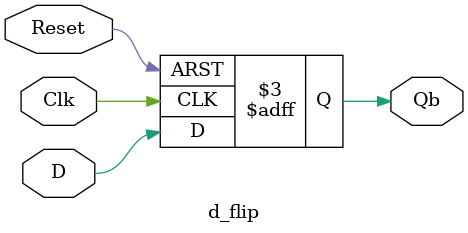
<source format=v>
module part5(HEX3, HEX2, HEX1, HEX0, SW);
input [9:0] SW;
output [0:6] HEX2, HEX3, HEX1, HEX0;
wire [7:0] Qa;
_regis regs(.D(SW[7:0]), .Clk(SW[8]), .reset(SW[9]),.Q(Qa[7:0]));
seg71 seg1(HEX2, Qa[3:0]);
seg71 seg2(HEX3, Qa[7:4]);
seg71 seg3(HEX0, SW[3:0]);
seg71 seg4(HEX1, SW[7:4]);
endmodule

module seg71(HEX0, SW);
input [3:0] SW;
output [0:6] HEX0;
assign HEX0 = (SW==4'b0000)? 7'b000_0001:
				  (SW==4'b0001)? 7'b100_1111:
				  (SW==4'b0010)? 7'b001_0010:
				  (SW==4'b0011)? 7'b000_0110:
				  (SW==4'b0100)? 7'b100_1100:
				  (SW==4'b0101)? 7'b010_0100:
				  (SW==4'b0110)? 7'b010_0000:
				  (SW==4'b0111)? 7'b000_1111:
				  (SW==4'b1000)? 7'b000_0000:
				  (SW==4'b1001)? 7'b000_1100:
				  (SW==4'b1010)? 7'b000_1000:
				  (SW==4'b1011)? 7'b110_0000:
				  (SW==4'b1100)? 7'b011_0001:
				  (SW==4'b1101)? 7'b100_0010:
				  (SW==4'b1110)? 7'b011_0000:
				  (SW==4'b1111)? 7'b011_1000: 7'b111_111;
endmodule

module _regis(D, Clk, reset, Q);
genvar i;
input Clk, reset;
input [7:0] D;
output [7:0] Q;
generate
for(i=0; i<8; i=i+1)
begin:flops
d_flip ds(D[i], Clk, reset, Q[i]);
end
endgenerate
endmodule

module d_flip(D, Clk, Reset, Qb);
input D, Clk, Reset;
output reg Qb;

always @(posedge Clk or negedge Reset)
	if(!Reset)
	Qb<=1'b0;
	else
	Qb<=D;
endmodule

</source>
